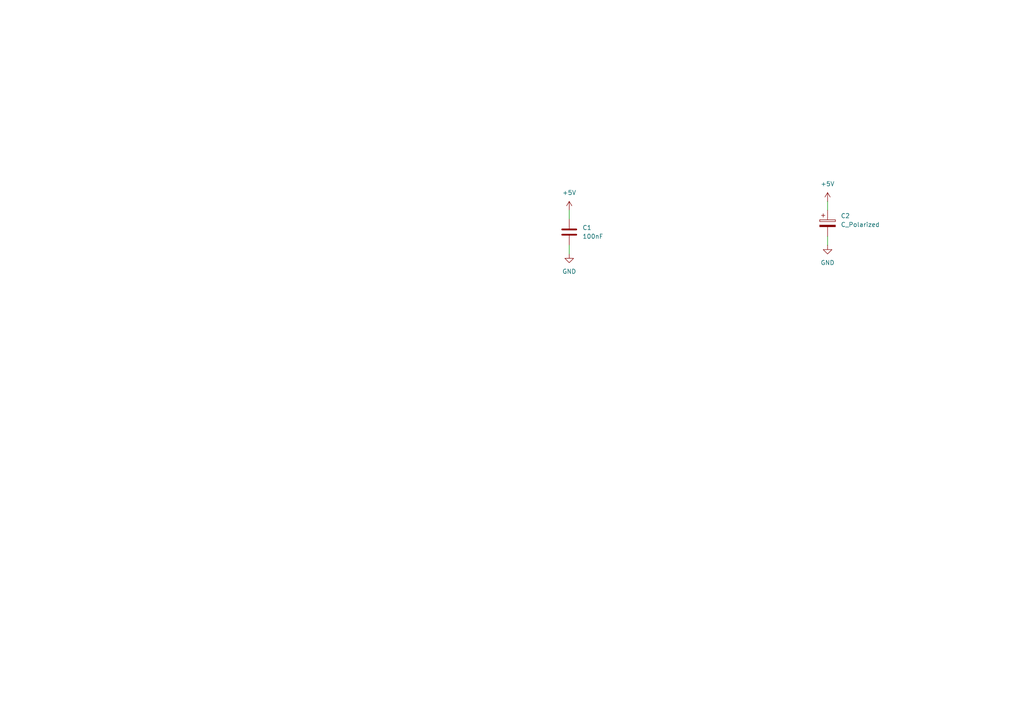
<source format=kicad_sch>
(kicad_sch (version 20231120) (generator "eeschema") (generator_version "8.0")
  (paper "A4")
  (lib_symbols
    (symbol "Device:C" (pin_numbers hide) (pin_names (offset 0.254))
      (property "Reference" "C" (at 0.635 2.54 0))
      (property "Value" "C" (at 0.635 -2.54 0))
      (symbol "C_0_1"
        (polyline (pts (xy -2.032 -0.762) (xy 2.032 -0.762)) (stroke (width 0.508)))
        (polyline (pts (xy -2.032 0.762) (xy 2.032 0.762)) (stroke (width 0.508)))
      )
      (symbol "C_1_1"
        (pin passive line (at 0 3.81 270) (length 2.794) (name "~") (number "1"))
        (pin passive line (at 0 -3.81 90) (length 2.794) (name "~") (number "2"))
      )
    )
    (symbol "Device:C_Polarized" (pin_numbers hide) (pin_names (offset 0.254))
      (property "Reference" "C" (at 0.635 2.54 0))
      (property "Value" "C_Polarized" (at 0.635 -2.54 0))
      (symbol "C_Polarized_0_1"
        (rectangle (start -2.286 0.508) (end 2.286 1.016))
        (polyline (pts (xy -1.778 2.286) (xy -0.762 2.286)))
        (polyline (pts (xy -1.27 2.794) (xy -1.27 1.778)))
        (rectangle (start 2.286 -0.508) (end -2.286 -1.016) (fill (type outline)))
      )
      (symbol "C_Polarized_1_1"
        (pin passive line (at 0 3.81 270) (length 2.794) (name "~") (number "1"))
        (pin passive line (at 0 -3.81 90) (length 2.794) (name "~") (number "2"))
      )
    )
    (symbol "power:+5V" (power) (pin_numbers hide) (pin_names (offset 0) hide)
      (property "Value" "+5V" (at 0 3.556 0))
      (symbol "+5V_0_1"
        (polyline (pts (xy -0.762 1.27) (xy 0 2.54)))
        (polyline (pts (xy 0 0) (xy 0 2.54)))
        (polyline (pts (xy 0 2.54) (xy 0.762 1.27)))
      )
      (symbol "+5V_1_1"
        (pin power_in line (at 0 0 90) (length 0) (name "~") (number "1"))
      )
    )
    (symbol "power:GND" (power) (pin_numbers hide) (pin_names (offset 0) hide)
      (property "Value" "GND" (at 0 -3.81 0))
      (symbol "GND_0_1"
        (polyline (pts (xy 0 0) (xy 0 -1.27) (xy 1.27 -1.27) (xy 0 -2.54) (xy -1.27 -1.27) (xy 0 -1.27)))
      )
      (symbol "GND_1_1"
        (pin power_in line (at 0 0 270) (length 0) (name "~") (number "1"))
      )
    )
  )
  (wire (pts (xy 240.03 58.42) (xy 240.03 60.96)))
  (wire (pts (xy 165.1 60.96) (xy 165.1 63.5)))
  (wire (pts (xy 240.03 68.58) (xy 240.03 71.12)))
  (wire (pts (xy 165.1 71.12) (xy 165.1 73.66)))
  (symbol (lib_id "power:+5V") (at 240.03 58.42 0) (unit 1)
    (property "Reference" "#PWR0108" (effects (hide yes)))
    (property "Value" "+5V" (at 240.03 53.34 0))
    (property "Description" "Power symbol creates a global label with name \"+5V\"" (effects (hide yes)))
  )
  (symbol (lib_id "Device:C_Polarized") (at 240.03 64.77 0) (unit 1)
    (property "Reference" "C2" (at 243.84 62.6109 0) (effects (justify left)))
    (property "Value" "C_Polarized" (at 243.84 65.1509 0) (effects (justify left)))
    (property "Description" "Polarized capacitor" (effects (hide yes)))
  )
  (symbol (lib_id "Device:C") (at 165.1 67.31 0) (unit 1)
    (property "Reference" "C1" (at 168.91 66.0399 0) (effects (justify left)))
    (property "Value" "100nF" (at 168.91 68.5799 0) (effects (justify left)))
    (property "Description" "Unpolarized capacitor" (effects (hide yes)))
  )
  (symbol (lib_id "power:GND") (at 165.1 73.66 0) (unit 1)
    (property "Reference" "#PWR0115" (effects (hide yes)))
    (property "Value" "GND" (at 165.1 78.74 0))
    (property "Description" "Power symbol creates a global label with name \"GND\" , ground" (effects (hide yes)))
  )
  (symbol (lib_id "power:GND") (at 240.03 71.12 0) (unit 1)
    (property "Reference" "#PWR0109" (effects (hide yes)))
    (property "Value" "GND" (at 240.03 76.2 0))
    (property "Description" "Power symbol creates a global label with name \"GND\" , ground" (effects (hide yes)))
  )
  (symbol (lib_id "power:+5V") (at 165.1 60.96 0) (unit 1)
    (property "Reference" "#PWR0116" (effects (hide yes)))
    (property "Value" "+5V" (at 165.1 55.88 0))
    (property "Description" "Power symbol creates a global label with name \"+5V\"" (effects (hide yes)))
  )
)
</source>
